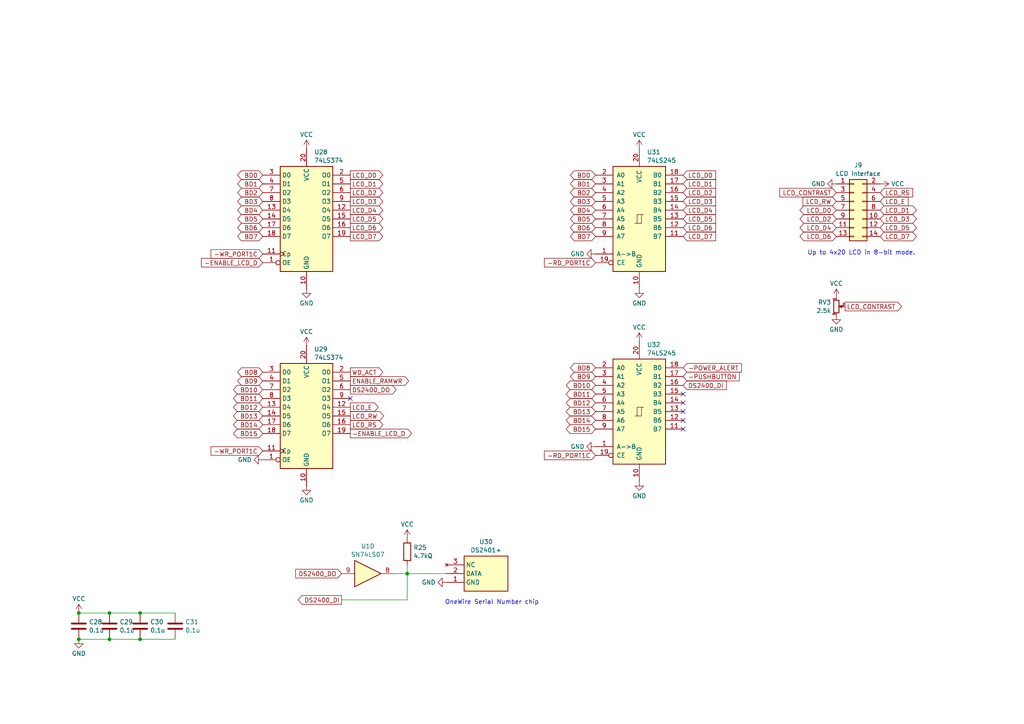
<source format=kicad_sch>
(kicad_sch (version 20231120) (generator "eeschema") (generator_version "8.0")
  (paper "A4")
  (title_block (title "386SX Embedded Expansion Card") (date "2024-07-26") (rev "1.0-001") (company "Circuit Cellar/Computer Applications Journal") (comment 1 "Redraw by Richard Cini 07/2024") (comment 2 "Original by Ed Nisley"))
  (lib_symbols
    (symbol "74xx:74LS245" (pin_names (offset 1.016))
      (property "Reference" "U" (at -7.62 16.51 0))
      (property "Value" "74LS245" (at -7.62 -16.51 0))
      (symbol "74LS245_1_0"
        (polyline (pts (xy -0.635 -1.27) (xy -0.635 1.27) (xy 0.635 1.27)))
        (polyline (pts (xy -1.27 -1.27) (xy 0.635 -1.27) (xy 0.635 1.27) (xy 1.27 1.27)))
        (pin input line (at -12.7 -10.16 0) (length 5.08) (name "A->B") (number "1"))
        (pin power_in line (at 0 -20.32 90) (length 5.08) (name "GND") (number "10"))
        (pin tri_state line (at 12.7 -5.08 180) (length 5.08) (name "B7") (number "11"))
        (pin tri_state line (at 12.7 -2.54 180) (length 5.08) (name "B6") (number "12"))
        (pin tri_state line (at 12.7 0 180) (length 5.08) (name "B5") (number "13"))
        (pin tri_state line (at 12.7 2.54 180) (length 5.08) (name "B4") (number "14"))
        (pin tri_state line (at 12.7 5.08 180) (length 5.08) (name "B3") (number "15"))
        (pin tri_state line (at 12.7 7.62 180) (length 5.08) (name "B2") (number "16"))
        (pin tri_state line (at 12.7 10.16 180) (length 5.08) (name "B1") (number "17"))
        (pin tri_state line (at 12.7 12.7 180) (length 5.08) (name "B0") (number "18"))
        (pin input inverted (at -12.7 -12.7 0) (length 5.08) (name "CE") (number "19"))
        (pin tri_state line (at -12.7 12.7 0) (length 5.08) (name "A0") (number "2"))
        (pin power_in line (at 0 20.32 270) (length 5.08) (name "VCC") (number "20"))
        (pin tri_state line (at -12.7 10.16 0) (length 5.08) (name "A1") (number "3"))
        (pin tri_state line (at -12.7 7.62 0) (length 5.08) (name "A2") (number "4"))
        (pin tri_state line (at -12.7 5.08 0) (length 5.08) (name "A3") (number "5"))
        (pin tri_state line (at -12.7 2.54 0) (length 5.08) (name "A4") (number "6"))
        (pin tri_state line (at -12.7 0 0) (length 5.08) (name "A5") (number "7"))
        (pin tri_state line (at -12.7 -2.54 0) (length 5.08) (name "A6") (number "8"))
        (pin tri_state line (at -12.7 -5.08 0) (length 5.08) (name "A7") (number "9"))
      )
      (symbol "74LS245_1_1"
        (rectangle (start -7.62 15.24) (end 7.62 -15.24) (stroke (width 0.254)) (fill (type background)))
      )
    )
    (symbol "74xx:74LS374"
      (property "Reference" "U" (at -7.62 16.51 0))
      (property "Value" "74LS374" (at -7.62 -16.51 0))
      (symbol "74LS374_1_0"
        (pin input inverted (at -12.7 -12.7 0) (length 5.08) (name "OE") (number "1"))
        (pin power_in line (at 0 -20.32 90) (length 5.08) (name "GND") (number "10"))
        (pin input clock (at -12.7 -10.16 0) (length 5.08) (name "Cp") (number "11"))
        (pin tri_state line (at 12.7 2.54 180) (length 5.08) (name "O4") (number "12"))
        (pin input line (at -12.7 2.54 0) (length 5.08) (name "D4") (number "13"))
        (pin input line (at -12.7 0 0) (length 5.08) (name "D5") (number "14"))
        (pin tri_state line (at 12.7 0 180) (length 5.08) (name "O5") (number "15"))
        (pin tri_state line (at 12.7 -2.54 180) (length 5.08) (name "O6") (number "16"))
        (pin input line (at -12.7 -2.54 0) (length 5.08) (name "D6") (number "17"))
        (pin input line (at -12.7 -5.08 0) (length 5.08) (name "D7") (number "18"))
        (pin tri_state line (at 12.7 -5.08 180) (length 5.08) (name "O7") (number "19"))
        (pin tri_state line (at 12.7 12.7 180) (length 5.08) (name "O0") (number "2"))
        (pin power_in line (at 0 20.32 270) (length 5.08) (name "VCC") (number "20"))
        (pin input line (at -12.7 12.7 0) (length 5.08) (name "D0") (number "3"))
        (pin input line (at -12.7 10.16 0) (length 5.08) (name "D1") (number "4"))
        (pin tri_state line (at 12.7 10.16 180) (length 5.08) (name "O1") (number "5"))
        (pin tri_state line (at 12.7 7.62 180) (length 5.08) (name "O2") (number "6"))
        (pin input line (at -12.7 7.62 0) (length 5.08) (name "D2") (number "7"))
        (pin input line (at -12.7 5.08 0) (length 5.08) (name "D3") (number "8"))
        (pin tri_state line (at 12.7 5.08 180) (length 5.08) (name "O3") (number "9"))
      )
      (symbol "74LS374_1_1"
        (rectangle (start -7.62 15.24) (end 7.62 -15.24) (stroke (width 0.254)) (fill (type background)))
      )
    )
    (symbol "74xx:SN74LS07" (pin_names (offset 1.016))
      (property "Reference" "U" (at 0 1.27 0))
      (property "Value" "SN74LS07" (at 0 -1.27 0))
      (symbol "SN74LS07_1_0"
        (polyline (pts (xy -3.81 3.81) (xy -3.81 -3.81) (xy 3.81 0) (xy -3.81 3.81)) (stroke (width 0.254)) (fill (type background)))
        (pin input line (at -7.62 0 0) (length 3.81) (name "~") (number "1"))
        (pin open_collector line (at 7.62 0 180) (length 3.81) (name "~") (number "2"))
      )
      (symbol "SN74LS07_2_0"
        (polyline (pts (xy -3.81 3.81) (xy -3.81 -3.81) (xy 3.81 0) (xy -3.81 3.81)) (stroke (width 0.254)) (fill (type background)))
        (pin input line (at -7.62 0 0) (length 3.81) (name "~") (number "3"))
        (pin open_collector line (at 7.62 0 180) (length 3.81) (name "~") (number "4"))
      )
      (symbol "SN74LS07_3_0"
        (polyline (pts (xy -3.81 3.81) (xy -3.81 -3.81) (xy 3.81 0) (xy -3.81 3.81)) (stroke (width 0.254)) (fill (type background)))
        (pin input line (at -7.62 0 0) (length 3.81) (name "~") (number "5"))
        (pin open_collector line (at 7.62 0 180) (length 3.81) (name "~") (number "6"))
      )
      (symbol "SN74LS07_4_0"
        (polyline (pts (xy -3.81 3.81) (xy -3.81 -3.81) (xy 3.81 0) (xy -3.81 3.81)) (stroke (width 0.254)) (fill (type background)))
        (pin open_collector line (at 7.62 0 180) (length 3.81) (name "~") (number "8"))
        (pin input line (at -7.62 0 0) (length 3.81) (name "~") (number "9"))
      )
      (symbol "SN74LS07_5_0"
        (polyline (pts (xy -3.81 3.81) (xy -3.81 -3.81) (xy 3.81 0) (xy -3.81 3.81)) (stroke (width 0.254)) (fill (type background)))
        (pin open_collector line (at 7.62 0 180) (length 3.81) (name "~") (number "10"))
        (pin input line (at -7.62 0 0) (length 3.81) (name "~") (number "11"))
      )
      (symbol "SN74LS07_6_0"
        (polyline (pts (xy -3.81 3.81) (xy -3.81 -3.81) (xy 3.81 0) (xy -3.81 3.81)) (stroke (width 0.254)) (fill (type background)))
        (pin open_collector line (at 7.62 0 180) (length 3.81) (name "~") (number "12"))
        (pin input line (at -7.62 0 0) (length 3.81) (name "~") (number "13"))
      )
      (symbol "SN74LS07_7_0"
        (pin power_in line (at 0 12.7 270) (length 5.08) (name "VCC") (number "14"))
        (pin power_in line (at 0 -12.7 90) (length 5.08) (name "GND") (number "7"))
      )
      (symbol "SN74LS07_7_1"
        (rectangle (start -5.08 7.62) (end 5.08 -7.62) (stroke (width 0.254)) (fill (type background)))
      )
    )
    (symbol "Connector_Generic:Conn_02x07_Odd_Even" (pin_names (offset 1.016) hide)
      (property "Reference" "J" (at 1.27 10.16 0))
      (property "Value" "Conn_02x07_Odd_Even" (at 1.27 -10.16 0))
      (symbol "Conn_02x07_Odd_Even_1_1"
        (rectangle (start -1.27 -7.493) (end 0 -7.747) (stroke (width 0.1524)))
        (rectangle (start -1.27 -4.953) (end 0 -5.207) (stroke (width 0.1524)))
        (rectangle (start -1.27 -2.413) (end 0 -2.667) (stroke (width 0.1524)))
        (rectangle (start -1.27 0.127) (end 0 -0.127) (stroke (width 0.1524)))
        (rectangle (start -1.27 2.667) (end 0 2.413) (stroke (width 0.1524)))
        (rectangle (start -1.27 5.207) (end 0 4.953) (stroke (width 0.1524)))
        (rectangle (start -1.27 7.747) (end 0 7.493) (stroke (width 0.1524)))
        (rectangle (start -1.27 8.89) (end 3.81 -8.89) (stroke (width 0.254)) (fill (type background)))
        (rectangle (start 3.81 -7.493) (end 2.54 -7.747) (stroke (width 0.1524)))
        (rectangle (start 3.81 -4.953) (end 2.54 -5.207) (stroke (width 0.1524)))
        (rectangle (start 3.81 -2.413) (end 2.54 -2.667) (stroke (width 0.1524)))
        (rectangle (start 3.81 0.127) (end 2.54 -0.127) (stroke (width 0.1524)))
        (rectangle (start 3.81 2.667) (end 2.54 2.413) (stroke (width 0.1524)))
        (rectangle (start 3.81 5.207) (end 2.54 4.953) (stroke (width 0.1524)))
        (rectangle (start 3.81 7.747) (end 2.54 7.493) (stroke (width 0.1524)))
        (pin passive line (at -5.08 7.62 0) (length 3.81) (name "Pin_1") (number "1"))
        (pin passive line (at 7.62 -2.54 180) (length 3.81) (name "Pin_10") (number "10"))
        (pin passive line (at -5.08 -5.08 0) (length 3.81) (name "Pin_11") (number "11"))
        (pin passive line (at 7.62 -5.08 180) (length 3.81) (name "Pin_12") (number "12"))
        (pin passive line (at -5.08 -7.62 0) (length 3.81) (name "Pin_13") (number "13"))
        (pin passive line (at 7.62 -7.62 180) (length 3.81) (name "Pin_14") (number "14"))
        (pin passive line (at 7.62 7.62 180) (length 3.81) (name "Pin_2") (number "2"))
        (pin passive line (at -5.08 5.08 0) (length 3.81) (name "Pin_3") (number "3"))
        (pin passive line (at 7.62 5.08 180) (length 3.81) (name "Pin_4") (number "4"))
        (pin passive line (at -5.08 2.54 0) (length 3.81) (name "Pin_5") (number "5"))
        (pin passive line (at 7.62 2.54 180) (length 3.81) (name "Pin_6") (number "6"))
        (pin passive line (at -5.08 0 0) (length 3.81) (name "Pin_7") (number "7"))
        (pin passive line (at 7.62 0 180) (length 3.81) (name "Pin_8") (number "8"))
        (pin passive line (at -5.08 -2.54 0) (length 3.81) (name "Pin_9") (number "9"))
      )
    )
    (symbol "DS2401+:DS2401+"
      (property "Reference" "U" (at 11.43 -11.7645 0))
      (property "Value" "DS2401+" (at 11.43 -9.3402 0))
      (symbol "DS2401+_1_1"
        (rectangle (start 5.08 2.54) (end 17.78 -7.62) (stroke (width 0.254)) (fill (type background)))
        (pin power_in line (at 0 0 0) (length 5.08) (name "GND") (number "1"))
        (pin input line (at 0 -2.54 0) (length 5.08) (name "DATA") (number "2"))
        (pin no_connect line (at 0 -5.08 0) (length 5.08) (name "NC") (number "3"))
      )
    )
    (symbol "Device:C" (pin_numbers hide) (pin_names (offset 0.254))
      (property "Reference" "C" (at 0.635 2.54 0))
      (property "Value" "C" (at 0.635 -2.54 0))
      (symbol "C_0_1"
        (polyline (pts (xy -2.032 -0.762) (xy 2.032 -0.762)) (stroke (width 0.508)))
        (polyline (pts (xy -2.032 0.762) (xy 2.032 0.762)) (stroke (width 0.508)))
      )
      (symbol "C_1_1"
        (pin passive line (at 0 3.81 270) (length 2.794) (name "~") (number "1"))
        (pin passive line (at 0 -3.81 90) (length 2.794) (name "~") (number "2"))
      )
    )
    (symbol "Device:R" (pin_numbers hide) (pin_names (offset 0))
      (property "Reference" "R" (at 2.032 0 90))
      (property "Value" "R" (at 0 0 90))
      (symbol "R_0_1"
        (rectangle (start -1.016 -2.54) (end 1.016 2.54) (stroke (width 0.254)))
      )
      (symbol "R_1_1"
        (pin passive line (at 0 3.81 270) (length 1.27) (name "~") (number "1"))
        (pin passive line (at 0 -3.81 90) (length 1.27) (name "~") (number "2"))
      )
    )
    (symbol "Device:R_Potentiometer_Small" (pin_names (offset 1.016) hide)
      (property "Reference" "RV" (at -4.445 0 90))
      (property "Value" "R_Potentiometer_Small" (at -2.54 0 90))
      (symbol "R_Potentiometer_Small_0_1"
        (polyline (pts (xy 0.889 0) (xy 0.635 0) (xy 1.651 0.381) (xy 1.651 -0.381) (xy 0.635 0) (xy 0.889 0)) (fill (type outline)))
        (rectangle (start 0.762 1.8034) (end -0.762 -1.8034) (stroke (width 0.254)))
      )
      (symbol "R_Potentiometer_Small_1_1"
        (pin passive line (at 0 2.54 270) (length 0.635) (name "1") (number "1"))
        (pin passive line (at 2.54 0 180) (length 0.9906) (name "2") (number "2"))
        (pin passive line (at 0 -2.54 90) (length 0.635) (name "3") (number "3"))
      )
    )
    (symbol "power:GND" (power) (pin_numbers hide) (pin_names (offset 0) hide)
      (property "Value" "GND" (at 0 -3.81 0))
      (symbol "GND_0_1"
        (polyline (pts (xy 0 0) (xy 0 -1.27) (xy 1.27 -1.27) (xy 0 -2.54) (xy -1.27 -1.27) (xy 0 -1.27)))
      )
      (symbol "GND_1_1"
        (pin power_in line (at 0 0 270) (length 0) (name "~") (number "1"))
      )
    )
    (symbol "power:VCC" (power) (pin_numbers hide) (pin_names (offset 0) hide)
      (property "Value" "VCC" (at 0 3.556 0))
      (symbol "VCC_0_1"
        (polyline (pts (xy -0.762 1.27) (xy 0 2.54)))
        (polyline (pts (xy 0 0) (xy 0 2.54)))
        (polyline (pts (xy 0 2.54) (xy 0.762 1.27)))
      )
      (symbol "VCC_1_1"
        (pin power_in line (at 0 0 90) (length 0) (name "~") (number "1"))
      )
    )
  )
  (junction (at 31.75 177.8))
  (junction (at 22.86 177.8))
  (junction (at 31.75 185.42))
  (junction (at 118.11 166.37))
  (junction (at 22.86 185.42))
  (junction (at 40.64 177.8))
  (junction (at 40.64 185.42))
  (no_connect (at 198.12 116.84))
  (no_connect (at 101.6 115.57))
  (no_connect (at 198.12 114.3))
  (no_connect (at 198.12 121.92))
  (no_connect (at 198.12 124.46))
  (no_connect (at 198.12 119.38))
  (wire (pts (xy 118.11 166.37) (xy 118.11 163.83)))
  (wire (pts (xy 118.11 166.37) (xy 129.54 166.37)))
  (wire (pts (xy 40.64 185.42) (xy 50.8 185.42)))
  (wire (pts (xy 31.75 177.8) (xy 40.64 177.8)))
  (wire (pts (xy 118.11 173.99) (xy 118.11 166.37)))
  (wire (pts (xy 99.06 173.99) (xy 118.11 173.99)))
  (wire (pts (xy 114.3 166.37) (xy 118.11 166.37)))
  (wire (pts (xy 22.86 185.42) (xy 31.75 185.42)))
  (wire (pts (xy 31.75 185.42) (xy 40.64 185.42)))
  (wire (pts (xy 40.64 177.8) (xy 50.8 177.8)))
  (wire (pts (xy 22.86 177.8) (xy 31.75 177.8)))
  (text "OneWire Serial Number chip\n" (at 129.032 174.752 0) (effects (font (size 1.27 1.27)) (justify left)))
  (text "Up to 4x20 LCD in 8-bit mode." (at 234.188 73.406 0) (effects (font (size 1.27 1.27)) (justify left)))
  (global_label "BD2" (shape bidirectional) (at 172.72 55.88 180) (property "Intersheetrefs" "${INTERSHEET_REFS}" (at 164.874 55.88 0) (effects (justify right))))
  (global_label "DS2400_DI" (shape input) (at 198.12 111.76 0) (property "Intersheetrefs" "${INTERSHEET_REFS}" (at 211.2651 111.76 0) (effects (justify left))))
  (global_label "-PUSHBUTTON" (shape input) (at 198.12 109.22 0) (property "Intersheetrefs" "${INTERSHEET_REFS}" (at 215.0148 109.22 0) (effects (justify left))))
  (global_label "-ENABLE_LCD_D" (shape output) (at 101.6 125.73 0) (property "Intersheetrefs" "${INTERSHEET_REFS}" (at 119.9461 125.73 0) (effects (justify left))))
  (global_label "BD3" (shape bidirectional) (at 76.2 58.42 180) (property "Intersheetrefs" "${INTERSHEET_REFS}" (at 68.354 58.42 0) (effects (justify right))))
  (global_label "LCD_D0" (shape input) (at 198.12 50.8 0) (property "Intersheetrefs" "${INTERSHEET_REFS}" (at 208.1204 50.8 0) (effects (justify left))))
  (global_label "BD9" (shape bidirectional) (at 172.72 109.22 180) (property "Intersheetrefs" "${INTERSHEET_REFS}" (at 164.874 109.22 0) (effects (justify right))))
  (global_label "LCD_D2" (shape bidirectional) (at 242.57 63.5 180) (property "Intersheetrefs" "${INTERSHEET_REFS}" (at 231.4583 63.5 0) (effects (justify right))))
  (global_label "LCD_D4" (shape output) (at 101.6 60.96 0) (property "Intersheetrefs" "${INTERSHEET_REFS}" (at 111.6004 60.96 0) (effects (justify left))))
  (global_label "BD5" (shape bidirectional) (at 172.72 63.5 180) (property "Intersheetrefs" "${INTERSHEET_REFS}" (at 164.874 63.5 0) (effects (justify right))))
  (global_label "DS2400_DO" (shape output) (at 101.6 113.03 0) (property "Intersheetrefs" "${INTERSHEET_REFS}" (at 115.4708 113.03 0) (effects (justify left))))
  (global_label "LCD_RS" (shape output) (at 101.6 123.19 0) (property "Intersheetrefs" "${INTERSHEET_REFS}" (at 111.6004 123.19 0) (effects (justify left))))
  (global_label "BD8" (shape bidirectional) (at 76.2 107.95 180) (property "Intersheetrefs" "${INTERSHEET_REFS}" (at 68.354 107.95 0) (effects (justify right))))
  (global_label "LCD_RS" (shape input) (at 255.27 55.88 0) (property "Intersheetrefs" "${INTERSHEET_REFS}" (at 265.2704 55.88 0) (effects (justify left))))
  (global_label "-WR_PORT1C" (shape input) (at 76.2 73.66 180) (property "Intersheetrefs" "${INTERSHEET_REFS}" (at 60.6358 73.66 0) (effects (justify right))))
  (global_label "BD12" (shape bidirectional) (at 76.2 118.11 180) (property "Intersheetrefs" "${INTERSHEET_REFS}" (at 68.354 118.11 0) (effects (justify right))))
  (global_label "LCD_D5" (shape input) (at 198.12 63.5 0) (property "Intersheetrefs" "${INTERSHEET_REFS}" (at 208.1204 63.5 0) (effects (justify left))))
  (global_label "BD0" (shape bidirectional) (at 172.72 50.8 180) (property "Intersheetrefs" "${INTERSHEET_REFS}" (at 164.874 50.8 0) (effects (justify right))))
  (global_label "LCD_RW" (shape output) (at 101.6 120.65 0) (property "Intersheetrefs" "${INTERSHEET_REFS}" (at 111.8423 120.65 0) (effects (justify left))))
  (global_label "LCD_E" (shape output) (at 101.6 118.11 0) (property "Intersheetrefs" "${INTERSHEET_REFS}" (at 110.2699 118.11 0) (effects (justify left))))
  (global_label "LCD_D1" (shape bidirectional) (at 255.27 60.96 0) (property "Intersheetrefs" "${INTERSHEET_REFS}" (at 266.3817 60.96 0) (effects (justify left))))
  (global_label "BD4" (shape bidirectional) (at 172.72 60.96 180) (property "Intersheetrefs" "${INTERSHEET_REFS}" (at 164.874 60.96 0) (effects (justify right))))
  (global_label "BD15" (shape bidirectional) (at 172.72 124.46 180) (property "Intersheetrefs" "${INTERSHEET_REFS}" (at 164.874 124.46 0) (effects (justify right))))
  (global_label "BD13" (shape bidirectional) (at 172.72 119.38 180) (property "Intersheetrefs" "${INTERSHEET_REFS}" (at 164.874 119.38 0) (effects (justify right))))
  (global_label "LCD_D6" (shape input) (at 198.12 66.04 0) (property "Intersheetrefs" "${INTERSHEET_REFS}" (at 208.1204 66.04 0) (effects (justify left))))
  (global_label "-RD_PORT1C" (shape input) (at 172.72 132.08 180) (property "Intersheetrefs" "${INTERSHEET_REFS}" (at 157.3372 132.08 0) (effects (justify right))))
  (global_label "LCD_D3" (shape bidirectional) (at 255.27 63.5 0) (property "Intersheetrefs" "${INTERSHEET_REFS}" (at 266.3817 63.5 0) (effects (justify left))))
  (global_label "BD15" (shape bidirectional) (at 76.2 125.73 180) (property "Intersheetrefs" "${INTERSHEET_REFS}" (at 68.354 125.73 0) (effects (justify right))))
  (global_label "-POWER_ALERT" (shape input) (at 198.12 106.68 0) (property "Intersheetrefs" "${INTERSHEET_REFS}" (at 215.6194 106.68 0) (effects (justify left))))
  (global_label "-ENABLE_LCD_D" (shape input) (at 76.2 76.2 180) (property "Intersheetrefs" "${INTERSHEET_REFS}" (at 57.8539 76.2 0) (effects (justify right))))
  (global_label "BD12" (shape bidirectional) (at 172.72 116.84 180) (property "Intersheetrefs" "${INTERSHEET_REFS}" (at 164.874 116.84 0) (effects (justify right))))
  (global_label "BD13" (shape bidirectional) (at 76.2 120.65 180) (property "Intersheetrefs" "${INTERSHEET_REFS}" (at 68.354 120.65 0) (effects (justify right))))
  (global_label "LCD_D6" (shape output) (at 101.6 66.04 0) (property "Intersheetrefs" "${INTERSHEET_REFS}" (at 111.6004 66.04 0) (effects (justify left))))
  (global_label "LCD_D1" (shape output) (at 101.6 53.34 0) (property "Intersheetrefs" "${INTERSHEET_REFS}" (at 111.6004 53.34 0) (effects (justify left))))
  (global_label "DS2400_DI" (shape output) (at 99.06 173.99 180) (property "Intersheetrefs" "${INTERSHEET_REFS}" (at 85.9149 173.99 0) (effects (justify right))))
  (global_label "BD10" (shape bidirectional) (at 76.2 113.03 180) (property "Intersheetrefs" "${INTERSHEET_REFS}" (at 68.354 113.03 0) (effects (justify right))))
  (global_label "ENABLE_RAMWR" (shape output) (at 101.6 110.49 0) (property "Intersheetrefs" "${INTERSHEET_REFS}" (at 119.0994 110.49 0) (effects (justify left))))
  (global_label "LCD_D1" (shape input) (at 198.12 53.34 0) (property "Intersheetrefs" "${INTERSHEET_REFS}" (at 208.1204 53.34 0) (effects (justify left))))
  (global_label "BD9" (shape bidirectional) (at 76.2 110.49 180) (property "Intersheetrefs" "${INTERSHEET_REFS}" (at 68.354 110.49 0) (effects (justify right))))
  (global_label "LCD_CONTRAST" (shape output) (at 245.11 88.9 0) (property "Intersheetrefs" "${INTERSHEET_REFS}" (at 262.0652 88.9 0) (effects (justify left))))
  (global_label "BD14" (shape bidirectional) (at 172.72 121.92 180) (property "Intersheetrefs" "${INTERSHEET_REFS}" (at 164.874 121.92 0) (effects (justify right))))
  (global_label "-WR_PORT1C" (shape input) (at 76.2 130.81 180) (property "Intersheetrefs" "${INTERSHEET_REFS}" (at 60.6358 130.81 0) (effects (justify right))))
  (global_label "DS2400_DO" (shape input) (at 99.06 166.37 180) (property "Intersheetrefs" "${INTERSHEET_REFS}" (at 85.1892 166.37 0) (effects (justify right))))
  (global_label "LCD_D0" (shape bidirectional) (at 242.57 60.96 180) (property "Intersheetrefs" "${INTERSHEET_REFS}" (at 231.4583 60.96 0) (effects (justify right))))
  (global_label "-RD_PORT1C" (shape input) (at 172.72 76.2 180) (property "Intersheetrefs" "${INTERSHEET_REFS}" (at 157.3372 76.2 0) (effects (justify right))))
  (global_label "BD11" (shape bidirectional) (at 172.72 114.3 180) (property "Intersheetrefs" "${INTERSHEET_REFS}" (at 164.874 114.3 0) (effects (justify right))))
  (global_label "LCD_D2" (shape output) (at 101.6 55.88 0) (property "Intersheetrefs" "${INTERSHEET_REFS}" (at 111.6004 55.88 0) (effects (justify left))))
  (global_label "LCD_D7" (shape input) (at 198.12 68.58 0) (property "Intersheetrefs" "${INTERSHEET_REFS}" (at 208.1204 68.58 0) (effects (justify left))))
  (global_label "BD8" (shape bidirectional) (at 172.72 106.68 180) (property "Intersheetrefs" "${INTERSHEET_REFS}" (at 164.874 106.68 0) (effects (justify right))))
  (global_label "BD14" (shape bidirectional) (at 76.2 123.19 180) (property "Intersheetrefs" "${INTERSHEET_REFS}" (at 68.354 123.19 0) (effects (justify right))))
  (global_label "BD7" (shape bidirectional) (at 76.2 68.58 180) (property "Intersheetrefs" "${INTERSHEET_REFS}" (at 68.354 68.58 0) (effects (justify right))))
  (global_label "BD3" (shape bidirectional) (at 172.72 58.42 180) (property "Intersheetrefs" "${INTERSHEET_REFS}" (at 164.874 58.42 0) (effects (justify right))))
  (global_label "BD11" (shape bidirectional) (at 76.2 115.57 180) (property "Intersheetrefs" "${INTERSHEET_REFS}" (at 68.354 115.57 0) (effects (justify right))))
  (global_label "BD2" (shape bidirectional) (at 76.2 55.88 180) (property "Intersheetrefs" "${INTERSHEET_REFS}" (at 68.354 55.88 0) (effects (justify right))))
  (global_label "BD1" (shape bidirectional) (at 172.72 53.34 180) (property "Intersheetrefs" "${INTERSHEET_REFS}" (at 164.874 53.34 0) (effects (justify right))))
  (global_label "LCD_D5" (shape output) (at 101.6 63.5 0) (property "Intersheetrefs" "${INTERSHEET_REFS}" (at 111.6004 63.5 0) (effects (justify left))))
  (global_label "LCD_D4" (shape input) (at 198.12 60.96 0) (property "Intersheetrefs" "${INTERSHEET_REFS}" (at 208.1204 60.96 0) (effects (justify left))))
  (global_label "LCD_D7" (shape output) (at 101.6 68.58 0) (property "Intersheetrefs" "${INTERSHEET_REFS}" (at 111.6004 68.58 0) (effects (justify left))))
  (global_label "LCD_E" (shape input) (at 255.27 58.42 0) (property "Intersheetrefs" "${INTERSHEET_REFS}" (at 263.9399 58.42 0) (effects (justify left))))
  (global_label "BD1" (shape bidirectional) (at 76.2 53.34 180) (property "Intersheetrefs" "${INTERSHEET_REFS}" (at 68.354 53.34 0) (effects (justify right))))
  (global_label "BD6" (shape bidirectional) (at 76.2 66.04 180) (property "Intersheetrefs" "${INTERSHEET_REFS}" (at 68.354 66.04 0) (effects (justify right))))
  (global_label "LCD_D5" (shape bidirectional) (at 255.27 66.04 0) (property "Intersheetrefs" "${INTERSHEET_REFS}" (at 266.3817 66.04 0) (effects (justify left))))
  (global_label "LCD_D2" (shape input) (at 198.12 55.88 0) (property "Intersheetrefs" "${INTERSHEET_REFS}" (at 208.1204 55.88 0) (effects (justify left))))
  (global_label "BD5" (shape bidirectional) (at 76.2 63.5 180) (property "Intersheetrefs" "${INTERSHEET_REFS}" (at 68.354 63.5 0) (effects (justify right))))
  (global_label "BD6" (shape bidirectional) (at 172.72 66.04 180) (property "Intersheetrefs" "${INTERSHEET_REFS}" (at 164.874 66.04 0) (effects (justify right))))
  (global_label "BD10" (shape bidirectional) (at 172.72 111.76 180) (property "Intersheetrefs" "${INTERSHEET_REFS}" (at 164.874 111.76 0) (effects (justify right))))
  (global_label "LCD_D3" (shape input) (at 198.12 58.42 0) (property "Intersheetrefs" "${INTERSHEET_REFS}" (at 208.1204 58.42 0) (effects (justify left))))
  (global_label "LCD_D7" (shape bidirectional) (at 255.27 68.58 0) (property "Intersheetrefs" "${INTERSHEET_REFS}" (at 266.3817 68.58 0) (effects (justify left))))
  (global_label "WD_ACT" (shape output) (at 101.6 107.95 0) (property "Intersheetrefs" "${INTERSHEET_REFS}" (at 111.6004 107.95 0) (effects (justify left))))
  (global_label "LCD_D0" (shape output) (at 101.6 50.8 0) (property "Intersheetrefs" "${INTERSHEET_REFS}" (at 111.6004 50.8 0) (effects (justify left))))
  (global_label "LCD_D4" (shape bidirectional) (at 242.57 66.04 180) (property "Intersheetrefs" "${INTERSHEET_REFS}" (at 231.4583 66.04 0) (effects (justify right))))
  (global_label "LCD_D6" (shape bidirectional) (at 242.57 68.58 180) (property "Intersheetrefs" "${INTERSHEET_REFS}" (at 231.4583 68.58 0) (effects (justify right))))
  (global_label "BD4" (shape bidirectional) (at 76.2 60.96 180) (property "Intersheetrefs" "${INTERSHEET_REFS}" (at 68.354 60.96 0) (effects (justify right))))
  (global_label "LCD_RW" (shape input) (at 242.57 58.42 180) (property "Intersheetrefs" "${INTERSHEET_REFS}" (at 232.3277 58.42 0) (effects (justify right))))
  (global_label "BD0" (shape bidirectional) (at 76.2 50.8 180) (property "Intersheetrefs" "${INTERSHEET_REFS}" (at 68.354 50.8 0) (effects (justify right))))
  (global_label "BD7" (shape bidirectional) (at 172.72 68.58 180) (property "Intersheetrefs" "${INTERSHEET_REFS}" (at 164.874 68.58 0) (effects (justify right))))
  (global_label "LCD_D3" (shape output) (at 101.6 58.42 0) (property "Intersheetrefs" "${INTERSHEET_REFS}" (at 111.6004 58.42 0) (effects (justify left))))
  (global_label "LCD_CONTRAST" (shape input) (at 242.57 55.88 180) (property "Intersheetrefs" "${INTERSHEET_REFS}" (at 225.6148 55.88 0) (effects (justify right))))
  (symbol (lib_id "Connector_Generic:Conn_02x07_Odd_Even") (at 247.65 60.96 0) (unit 1)
    (property "Reference" "J9" (at 248.92 47.9255 0))
    (property "Value" "LCD Interface" (at 248.92 50.3498 0))
    (property "Footprint" "Connector_IDC:IDC-Header_2x07_P2.54mm_Vertical" (effects (hide yes)))
    (property "Description" "Generic connector, double row, 02x07, odd/even pin numbering scheme (row 1 odd numbers, row 2 even numbers), script generated (kicad-library-utils/schlib/autogen/connector/)" (effects (hide yes)))
  )
  (symbol (lib_id "power:GND") (at 88.9 140.97 0) (unit 1)
    (property "Reference" "#PWR0135" (effects (hide yes)))
    (property "Value" "GND" (at 88.9 145.1031 0))
    (property "Description" "Power symbol creates a global label with name \"GND\" , ground" (effects (hide yes)))
  )
  (symbol (lib_id "power:VCC") (at 118.11 156.21 0) (unit 1)
    (property "Reference" "#PWR0136" (effects (hide yes)))
    (property "Value" "VCC" (at 118.11 152.0769 0))
    (property "Description" "Power symbol creates a global label with name \"VCC\"" (effects (hide yes)))
  )
  (symbol (lib_id "power:VCC") (at 255.27 53.34 270) (unit 1)
    (property "Reference" "#PWR0147" (effects (hide yes)))
    (property "Value" "VCC" (at 258.445 53.34 90) (effects (justify left)))
    (property "Description" "Power symbol creates a global label with name \"VCC\"" (effects (hide yes)))
  )
  (symbol (lib_id "Device:C") (at 40.64 181.61 0) (unit 1)
    (property "Reference" "C30" (at 43.561 180.3979 0) (effects (justify left)))
    (property "Value" "0.1u" (at 43.561 182.8221 0) (effects (justify left)))
    (property "Footprint" "Capacitor_THT:C_Disc_D4.3mm_W1.9mm_P5.00mm" (effects (hide yes)))
  )
  (symbol (lib_id "74xx:74LS245") (at 185.42 119.38 0) (unit 1)
    (property "Reference" "U32" (at 187.6141 99.9955 0) (effects (justify left)))
    (property "Value" "74LS245" (at 187.6141 102.4198 0) (effects (justify left)))
    (property "Footprint" "Package_DIP:DIP-20_W7.62mm_Socket" (effects (hide yes)))
    (property "Datasheet" "http://www.ti.com/lit/gpn/sn74LS245" (effects (hide yes)))
    (property "Description" "Octal BUS Transceivers, 3-State outputs" (effects (hide yes)))
  )
  (symbol (lib_id "74xx:74LS374") (at 88.9 120.65 0) (unit 1)
    (property "Reference" "U29" (at 91.0941 101.2655 0) (effects (justify left)))
    (property "Value" "74LS374" (at 91.0941 103.6898 0) (effects (justify left)))
    (property "Footprint" "Package_DIP:DIP-20_W7.62mm_Socket" (effects (hide yes)))
    (property "Datasheet" "http://www.ti.com/lit/gpn/sn74LS374" (effects (hide yes)))
    (property "Description" "8-bit Register, 3-state outputs" (effects (hide yes)))
  )
  (symbol (lib_id "DS2401+:DS2401+") (at 129.54 168.91 0) (mirror x) (unit 1)
    (property "Reference" "U30" (at 140.97 157.1455 0))
    (property "Value" "DS2401+" (at 140.97 159.5698 0))
    (property "Footprint" "Package_TO_SOT_THT:TO-92L_Inline" (effects (hide yes)))
    (property "Datasheet" "http://datasheets.maximintegrated.com/en/ds/DS2401.pdf" (effects (hide yes)))
    (property "Description" "DS2401+,  Silicon Serial Number Through Hole, -40  +85 C, 3-Pin, TO-92" (effects (hide yes)))
    (property "Height" "3.94" (effects (hide yes)))
    (property "Mouser Part Number" "700-DS2401" (effects (hide yes)))
    (property "Mouser Price/Stock" "https://www.mouser.co.uk/ProductDetail/Analog-Devices-Maxim-Integrated/DS2401%2b?qs=0Y9aZN%252BMVCVUC33coS6Hew%3D%3D" (effects (hide yes)))
    (property "Manufacturer_Name" "Analog Devices" (effects (hide yes)))
    (property "Manufacturer_Part_Number" "DS2401+" (effects (hide yes)))
  )
  (symbol (lib_id "Device:C") (at 31.75 181.61 0) (unit 1)
    (property "Reference" "C29" (at 34.671 180.3979 0) (effects (justify left)))
    (property "Value" "0.1u" (at 34.671 182.8221 0) (effects (justify left)))
    (property "Footprint" "Capacitor_THT:C_Disc_D4.3mm_W1.9mm_P5.00mm" (effects (hide yes)))
  )
  (symbol (lib_id "74xx:74LS245") (at 185.42 63.5 0) (unit 1)
    (property "Reference" "U31" (at 187.6141 44.1155 0) (effects (justify left)))
    (property "Value" "74LS245" (at 187.6141 46.5398 0) (effects (justify left)))
    (property "Footprint" "Package_DIP:DIP-20_W7.62mm_Socket" (effects (hide yes)))
    (property "Datasheet" "http://www.ti.com/lit/gpn/sn74LS245" (effects (hide yes)))
    (property "Description" "Octal BUS Transceivers, 3-State outputs" (effects (hide yes)))
  )
  (symbol (lib_id "power:GND") (at 172.72 73.66 270) (unit 1)
    (property "Reference" "#PWR0138" (effects (hide yes)))
    (property "Value" "GND" (at 169.5451 73.66 90) (effects (justify right)))
    (property "Description" "Power symbol creates a global label with name \"GND\" , ground" (effects (hide yes)))
  )
  (symbol (lib_id "power:GND") (at 172.72 129.54 270) (unit 1)
    (property "Reference" "#PWR0139" (effects (hide yes)))
    (property "Value" "GND" (at 169.5451 129.54 90) (effects (justify right)))
    (property "Description" "Power symbol creates a global label with name \"GND\" , ground" (effects (hide yes)))
  )
  (symbol (lib_id "power:VCC") (at 22.86 177.8 0) (unit 1)
    (property "Reference" "#PWR0129" (effects (hide yes)))
    (property "Value" "VCC" (at 22.86 173.6669 0))
    (property "Description" "Power symbol creates a global label with name \"VCC\"" (effects (hide yes)))
  )
  (symbol (lib_id "Device:R") (at 118.11 160.02 0) (unit 1)
    (property "Reference" "R25" (at 119.888 158.8078 0) (effects (justify left)))
    (property "Value" "4.7kQ" (at 119.888 161.2321 0) (effects (justify left)))
    (property "Footprint" "Resistor_THT:R_Axial_DIN0207_L6.3mm_D2.5mm_P7.62mm_Horizontal" (effects (hide yes)))
    (property "Description" "Resistor" (effects (hide yes)))
  )
  (symbol (lib_id "power:VCC") (at 185.42 43.18 0) (unit 1)
    (property "Reference" "#PWR0140" (effects (hide yes)))
    (property "Value" "VCC" (at 185.42 39.0469 0))
    (property "Description" "Power symbol creates a global label with name \"VCC\"" (effects (hide yes)))
  )
  (symbol (lib_id "Device:C") (at 50.8 181.61 0) (unit 1)
    (property "Reference" "C31" (at 53.721 180.3979 0) (effects (justify left)))
    (property "Value" "0.1u" (at 53.721 182.8221 0) (effects (justify left)))
    (property "Footprint" "Capacitor_THT:C_Disc_D4.3mm_W1.9mm_P5.00mm" (effects (hide yes)))
  )
  (symbol (lib_id "Device:C") (at 22.86 181.61 0) (unit 1)
    (property "Reference" "C28" (at 25.781 180.3979 0) (effects (justify left)))
    (property "Value" "0.1u" (at 25.781 182.8221 0) (effects (justify left)))
    (property "Footprint" "Capacitor_THT:C_Disc_D4.3mm_W1.9mm_P5.00mm" (effects (hide yes)))
  )
  (symbol (lib_id "power:GND") (at 185.42 83.82 0) (unit 1)
    (property "Reference" "#PWR0141" (effects (hide yes)))
    (property "Value" "GND" (at 185.42 87.9531 0))
    (property "Description" "Power symbol creates a global label with name \"GND\" , ground" (effects (hide yes)))
  )
  (symbol (lib_id "power:GND") (at 129.54 168.91 270) (unit 1)
    (property "Reference" "#PWR0137" (effects (hide yes)))
    (property "Value" "GND" (at 126.3651 168.91 90) (effects (justify right)))
    (property "Description" "Power symbol creates a global label with name \"GND\" , ground" (effects (hide yes)))
  )
  (symbol (lib_id "power:VCC") (at 242.57 86.36 0) (unit 1)
    (property "Reference" "#PWR0145" (effects (hide yes)))
    (property "Value" "VCC" (at 242.57 82.2269 0))
    (property "Description" "Power symbol creates a global label with name \"VCC\"" (effects (hide yes)))
  )
  (symbol (lib_id "Device:R_Potentiometer_Small") (at 242.57 88.9 0) (unit 1)
    (property "Reference" "RV3" (at 241.0461 87.6878 0) (effects (justify right)))
    (property "Value" "2.5k" (at 241.0461 90.1121 0) (effects (justify right)))
    (property "Footprint" "Potentiometer_THT:Potentiometer_Bourns_3266W_Vertical" (effects (hide yes)))
    (property "Description" "Potentiometer" (effects (hide yes)))
  )
  (symbol (lib_id "power:GND") (at 185.42 139.7 0) (unit 1)
    (property "Reference" "#PWR0143" (effects (hide yes)))
    (property "Value" "GND" (at 185.42 143.8331 0))
    (property "Description" "Power symbol creates a global label with name \"GND\" , ground" (effects (hide yes)))
  )
  (symbol (lib_id "74xx:SN74LS07") (at 106.68 166.37 0) (unit 4)
    (property "Reference" "U1" (at 106.68 158.4155 0))
    (property "Value" "SN74LS07" (at 106.68 160.8398 0))
    (property "Footprint" "Package_DIP:DIP-14_W7.62mm_Socket" (effects (hide yes)))
    (property "Datasheet" "www.ti.com/lit/ds/symlink/sn74ls07.pdf" (effects (hide yes)))
    (property "Description" "Hex Buffers and Drivers With Open Collector High Voltage Outputs" (effects (hide yes)))
  )
  (symbol (lib_id "74xx:74LS374") (at 88.9 63.5 0) (unit 1)
    (property "Reference" "U28" (at 91.0941 44.1155 0) (effects (justify left)))
    (property "Value" "74LS374" (at 91.0941 46.5398 0) (effects (justify left)))
    (property "Footprint" "Package_DIP:DIP-20_W7.62mm_Socket" (effects (hide yes)))
    (property "Datasheet" "http://www.ti.com/lit/gpn/sn74LS374" (effects (hide yes)))
    (property "Description" "8-bit Register, 3-state outputs" (effects (hide yes)))
  )
  (symbol (lib_id "power:GND") (at 88.9 83.82 0) (unit 1)
    (property "Reference" "#PWR0133" (effects (hide yes)))
    (property "Value" "GND" (at 88.9 87.9531 0))
    (property "Description" "Power symbol creates a global label with name \"GND\" , ground" (effects (hide yes)))
  )
  (symbol (lib_id "power:VCC") (at 88.9 100.33 0) (unit 1)
    (property "Reference" "#PWR0134" (effects (hide yes)))
    (property "Value" "VCC" (at 88.9 96.1969 0))
    (property "Description" "Power symbol creates a global label with name \"VCC\"" (effects (hide yes)))
  )
  (symbol (lib_id "power:VCC") (at 185.42 99.06 0) (unit 1)
    (property "Reference" "#PWR0142" (effects (hide yes)))
    (property "Value" "VCC" (at 185.42 94.9269 0))
    (property "Description" "Power symbol creates a global label with name \"VCC\"" (effects (hide yes)))
  )
  (symbol (lib_id "power:GND") (at 76.2 133.35 270) (unit 1)
    (property "Reference" "#PWR0131" (effects (hide yes)))
    (property "Value" "GND" (at 73.0251 133.35 90) (effects (justify right)))
    (property "Description" "Power symbol creates a global label with name \"GND\" , ground" (effects (hide yes)))
  )
  (symbol (lib_id "power:GND") (at 242.57 53.34 270) (unit 1)
    (property "Reference" "#PWR0144" (effects (hide yes)))
    (property "Value" "GND" (at 239.3951 53.34 90) (effects (justify right)))
    (property "Description" "Power symbol creates a global label with name \"GND\" , ground" (effects (hide yes)))
  )
  (symbol (lib_id "power:VCC") (at 88.9 43.18 0) (unit 1)
    (property "Reference" "#PWR0132" (effects (hide yes)))
    (property "Value" "VCC" (at 88.9 39.0469 0))
    (property "Description" "Power symbol creates a global label with name \"VCC\"" (effects (hide yes)))
  )
  (symbol (lib_id "power:GND") (at 22.86 185.42 0) (unit 1)
    (property "Reference" "#PWR0130" (effects (hide yes)))
    (property "Value" "GND" (at 22.86 189.5531 0))
    (property "Description" "Power symbol creates a global label with name \"GND\" , ground" (effects (hide yes)))
  )
  (symbol (lib_id "power:GND") (at 242.57 91.44 0) (unit 1)
    (property "Reference" "#PWR0146" (effects (hide yes)))
    (property "Value" "GND" (at 242.57 95.5731 0))
    (property "Description" "Power symbol creates a global label with name \"GND\" , ground" (effects (hide yes)))
  )
)
</source>
